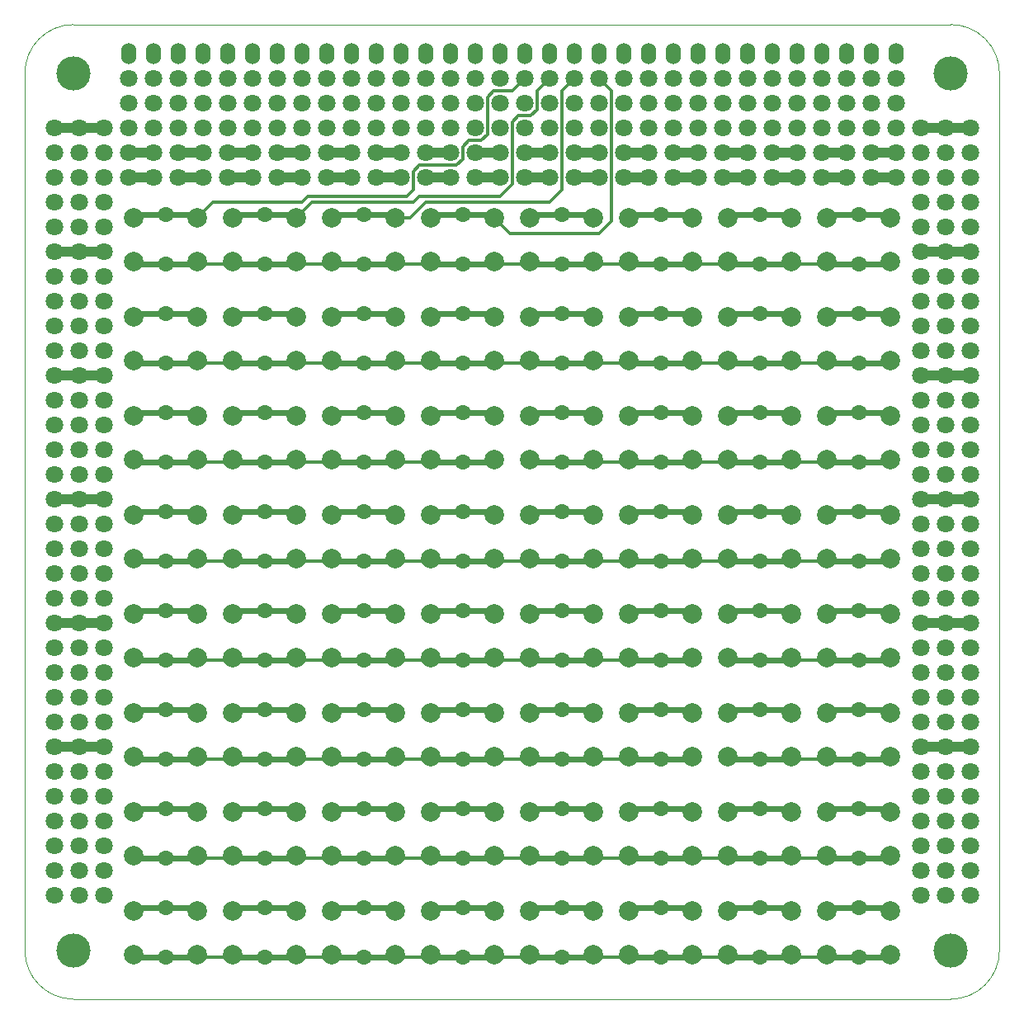
<source format=gbl>
G04 #@! TF.FileFunction,Copper,L2,Bot,Signal*
%FSLAX46Y46*%
G04 Gerber Fmt 4.6, Leading zero omitted, Abs format (unit mm)*
G04 Created by KiCad (PCBNEW 4.0.5) date 11/09/17 02:57:30*
%MOMM*%
%LPD*%
G01*
G04 APERTURE LIST*
%ADD10C,0.150000*%
%ADD11C,0.100000*%
%ADD12C,1.000000*%
%ADD13C,2.000000*%
%ADD14C,1.600000*%
%ADD15C,3.500120*%
%ADD16O,1.524000X2.199640*%
%ADD17C,1.800000*%
%ADD18C,0.300000*%
%ADD19C,0.600000*%
G04 APERTURE END LIST*
D10*
D11*
X60000000Y-95000000D02*
G75*
G03X55000000Y-100000000I0J-5000000D01*
G01*
X155000000Y-100000000D02*
G75*
G03X150000000Y-95000000I-5000000J0D01*
G01*
X150000000Y-195000000D02*
G75*
G03X155000000Y-190000000I0J5000000D01*
G01*
X55000000Y-190000000D02*
G75*
G03X60000000Y-195000000I5000000J0D01*
G01*
X60000000Y-95000000D02*
X150000000Y-95000000D01*
X155000000Y-100000000D02*
X155000000Y-190000000D01*
X150000000Y-195000000D02*
X60000000Y-195000000D01*
X55000000Y-190000000D02*
X55000000Y-100000000D01*
D12*
X144370000Y-110710000D02*
X141830000Y-110710000D01*
X68170000Y-108170000D02*
X65630000Y-108170000D01*
X73250000Y-108170000D02*
X70710000Y-108170000D01*
X83410000Y-110710000D02*
X80870000Y-110710000D01*
X83410000Y-108170000D02*
X80870000Y-108170000D01*
X78330000Y-110710000D02*
X75790000Y-110710000D01*
X68170000Y-110710000D02*
X65630000Y-110710000D01*
X73250000Y-110710000D02*
X70710000Y-110710000D01*
X78330000Y-108170000D02*
X75790000Y-108170000D01*
X108810000Y-108170000D02*
X106270000Y-108170000D01*
X103730000Y-110710000D02*
X101190000Y-110710000D01*
X103730000Y-108170000D02*
X101190000Y-108170000D01*
X108810000Y-110710000D02*
X106270000Y-110710000D01*
X113890000Y-108170000D02*
X111350000Y-108170000D01*
X113890000Y-110710000D02*
X111350000Y-110710000D01*
X98650000Y-110710000D02*
X96110000Y-110710000D01*
X98650000Y-108170000D02*
X96110000Y-108170000D01*
X93570000Y-110710000D02*
X91030000Y-110710000D01*
X88490000Y-108170000D02*
X85950000Y-108170000D01*
X88490000Y-110710000D02*
X85950000Y-110710000D01*
X93570000Y-108170000D02*
X91030000Y-108170000D01*
X124050000Y-108170000D02*
X121510000Y-108170000D01*
X118970000Y-110710000D02*
X116430000Y-110710000D01*
X118970000Y-108170000D02*
X116430000Y-108170000D01*
X124050000Y-110710000D02*
X121510000Y-110710000D01*
X129130000Y-108170000D02*
X126590000Y-108170000D01*
X129130000Y-110710000D02*
X126590000Y-110710000D01*
X144370000Y-108170000D02*
X141830000Y-108170000D01*
X139290000Y-110710000D02*
X136750000Y-110710000D01*
X134210000Y-108170000D02*
X131670000Y-108170000D01*
X134210000Y-110710000D02*
X131670000Y-110710000D01*
X139290000Y-108170000D02*
X136750000Y-108170000D01*
X63090000Y-169130000D02*
X60550000Y-169130000D01*
X60550000Y-169130000D02*
X58010000Y-169130000D01*
X63090000Y-156430000D02*
X60550000Y-156430000D01*
X60550000Y-156430000D02*
X58010000Y-156430000D01*
X63090000Y-118330000D02*
X60550000Y-118330000D01*
X60550000Y-118330000D02*
X58010000Y-118330000D01*
X63090000Y-105630000D02*
X60550000Y-105630000D01*
X60550000Y-105630000D02*
X58010000Y-105630000D01*
X63090000Y-143730000D02*
X60550000Y-143730000D01*
X60550000Y-143730000D02*
X58010000Y-143730000D01*
X63090000Y-131030000D02*
X60550000Y-131030000D01*
X60550000Y-131030000D02*
X58010000Y-131030000D01*
X151990000Y-105630000D02*
X149450000Y-105630000D01*
X149450000Y-105630000D02*
X146910000Y-105630000D01*
X151990000Y-118330000D02*
X149450000Y-118330000D01*
X149450000Y-118330000D02*
X146910000Y-118330000D01*
X151990000Y-169130000D02*
X149450000Y-169130000D01*
X149450000Y-169130000D02*
X146910000Y-169130000D01*
X151990000Y-156430000D02*
X149450000Y-156430000D01*
X149450000Y-156430000D02*
X146910000Y-156430000D01*
X151990000Y-131030000D02*
X149450000Y-131030000D01*
X149450000Y-131030000D02*
X146910000Y-131030000D01*
X151990000Y-143730000D02*
X149450000Y-143730000D01*
X149450000Y-143730000D02*
X146910000Y-143730000D01*
D13*
X86510000Y-129470000D03*
X93010000Y-124970000D03*
X86510000Y-124970000D03*
X93010000Y-129470000D03*
D14*
X89760000Y-124680000D03*
X89760000Y-129760000D03*
D13*
X66190000Y-139630000D03*
X72690000Y-135130000D03*
X66190000Y-135130000D03*
X72690000Y-139630000D03*
D14*
X69440000Y-134840000D03*
X69440000Y-139920000D03*
D13*
X66190000Y-129470000D03*
X72690000Y-124970000D03*
X66190000Y-124970000D03*
X72690000Y-129470000D03*
D14*
X69440000Y-124680000D03*
X69440000Y-129760000D03*
D13*
X106830000Y-119310000D03*
X113330000Y-114810000D03*
X106830000Y-114810000D03*
X113330000Y-119310000D03*
D14*
X110080000Y-114520000D03*
X110080000Y-119600000D03*
D15*
X60000000Y-100000000D03*
X60000000Y-100000000D03*
X150000000Y-100000000D03*
X150000000Y-100000000D03*
X150000000Y-190000000D03*
X150000000Y-190000000D03*
X60000000Y-190000000D03*
X60000000Y-190000000D03*
D16*
X85950000Y-98010000D03*
X88490000Y-98010000D03*
X91030000Y-98010000D03*
X93570000Y-98010000D03*
X96110000Y-98010000D03*
X98650000Y-98010000D03*
X101190000Y-98010000D03*
X103730000Y-98010000D03*
X106270000Y-98010000D03*
X108810000Y-98010000D03*
X111350000Y-98010000D03*
X113890000Y-98010000D03*
X116430000Y-98010000D03*
X118970000Y-98010000D03*
X121510000Y-98010000D03*
X124050000Y-98010000D03*
X65630000Y-98010000D03*
X68170000Y-98010000D03*
X70710000Y-98010000D03*
X73250000Y-98010000D03*
X75790000Y-98010000D03*
X78330000Y-98010000D03*
X80870000Y-98010000D03*
X83410000Y-98010000D03*
X126590000Y-98010000D03*
X129130000Y-98010000D03*
X131670000Y-98010000D03*
X134210000Y-98010000D03*
X136750000Y-98010000D03*
X139290000Y-98010000D03*
X141830000Y-98010000D03*
X144370000Y-98010000D03*
D13*
X66190000Y-119310000D03*
X72690000Y-114810000D03*
X66190000Y-114810000D03*
X72690000Y-119310000D03*
D14*
X69440000Y-114520000D03*
X69440000Y-119600000D03*
D13*
X76350000Y-119310000D03*
X82850000Y-114810000D03*
X76350000Y-114810000D03*
X82850000Y-119310000D03*
D14*
X79600000Y-114520000D03*
X79600000Y-119600000D03*
D13*
X86510000Y-119310000D03*
X93010000Y-114810000D03*
X86510000Y-114810000D03*
X93010000Y-119310000D03*
D14*
X89760000Y-114520000D03*
X89760000Y-119600000D03*
D13*
X96670000Y-119310000D03*
X103170000Y-114810000D03*
X96670000Y-114810000D03*
X103170000Y-119310000D03*
D14*
X99920000Y-114520000D03*
X99920000Y-119600000D03*
D13*
X116990000Y-119310000D03*
X123490000Y-114810000D03*
X116990000Y-114810000D03*
X123490000Y-119310000D03*
D14*
X120240000Y-114520000D03*
X120240000Y-119600000D03*
D13*
X127150000Y-119310000D03*
X133650000Y-114810000D03*
X127150000Y-114810000D03*
X133650000Y-119310000D03*
D14*
X130400000Y-114520000D03*
X130400000Y-119600000D03*
D13*
X137310000Y-119310000D03*
X143810000Y-114810000D03*
X137310000Y-114810000D03*
X143810000Y-119310000D03*
D14*
X140560000Y-114520000D03*
X140560000Y-119600000D03*
D13*
X76350000Y-129470000D03*
X82850000Y-124970000D03*
X76350000Y-124970000D03*
X82850000Y-129470000D03*
D14*
X79600000Y-124680000D03*
X79600000Y-129760000D03*
D13*
X96670000Y-129470000D03*
X103170000Y-124970000D03*
X96670000Y-124970000D03*
X103170000Y-129470000D03*
D14*
X99920000Y-124680000D03*
X99920000Y-129760000D03*
D13*
X116990000Y-129470000D03*
X123490000Y-124970000D03*
X116990000Y-124970000D03*
X123490000Y-129470000D03*
D14*
X120240000Y-124680000D03*
X120240000Y-129760000D03*
D13*
X127150000Y-129470000D03*
X133650000Y-124970000D03*
X127150000Y-124970000D03*
X133650000Y-129470000D03*
D14*
X130400000Y-124680000D03*
X130400000Y-129760000D03*
D13*
X137310000Y-129470000D03*
X143810000Y-124970000D03*
X137310000Y-124970000D03*
X143810000Y-129470000D03*
D14*
X140560000Y-124680000D03*
X140560000Y-129760000D03*
D13*
X76350000Y-139630000D03*
X82850000Y-135130000D03*
X76350000Y-135130000D03*
X82850000Y-139630000D03*
D14*
X79600000Y-134840000D03*
X79600000Y-139920000D03*
D13*
X86510000Y-139630000D03*
X93010000Y-135130000D03*
X86510000Y-135130000D03*
X93010000Y-139630000D03*
D14*
X89760000Y-134840000D03*
X89760000Y-139920000D03*
D13*
X106830000Y-139630000D03*
X113330000Y-135130000D03*
X106830000Y-135130000D03*
X113330000Y-139630000D03*
D14*
X110080000Y-134840000D03*
X110080000Y-139920000D03*
D13*
X116990000Y-139630000D03*
X123490000Y-135130000D03*
X116990000Y-135130000D03*
X123490000Y-139630000D03*
D14*
X120240000Y-134840000D03*
X120240000Y-139920000D03*
D13*
X127150000Y-139630000D03*
X133650000Y-135130000D03*
X127150000Y-135130000D03*
X133650000Y-139630000D03*
D14*
X130400000Y-134840000D03*
X130400000Y-139920000D03*
D13*
X137310000Y-139630000D03*
X143810000Y-135130000D03*
X137310000Y-135130000D03*
X143810000Y-139630000D03*
D14*
X140560000Y-134840000D03*
X140560000Y-139920000D03*
D13*
X66190000Y-149790000D03*
X72690000Y-145290000D03*
X66190000Y-145290000D03*
X72690000Y-149790000D03*
D14*
X69440000Y-145000000D03*
X69440000Y-150080000D03*
D13*
X76350000Y-149790000D03*
X82850000Y-145290000D03*
X76350000Y-145290000D03*
X82850000Y-149790000D03*
D14*
X79600000Y-145000000D03*
X79600000Y-150080000D03*
D13*
X86510000Y-149790000D03*
X93010000Y-145290000D03*
X86510000Y-145290000D03*
X93010000Y-149790000D03*
D14*
X89760000Y-145000000D03*
X89760000Y-150080000D03*
D13*
X96670000Y-149790000D03*
X103170000Y-145290000D03*
X96670000Y-145290000D03*
X103170000Y-149790000D03*
D14*
X99920000Y-145000000D03*
X99920000Y-150080000D03*
D13*
X106830000Y-149790000D03*
X113330000Y-145290000D03*
X106830000Y-145290000D03*
X113330000Y-149790000D03*
D14*
X110080000Y-145000000D03*
X110080000Y-150080000D03*
D13*
X116990000Y-149790000D03*
X123490000Y-145290000D03*
X116990000Y-145290000D03*
X123490000Y-149790000D03*
D14*
X120240000Y-145000000D03*
X120240000Y-150080000D03*
D13*
X127150000Y-149790000D03*
X133650000Y-145290000D03*
X127150000Y-145290000D03*
X133650000Y-149790000D03*
D14*
X130400000Y-145000000D03*
X130400000Y-150080000D03*
D13*
X137310000Y-149790000D03*
X143810000Y-145290000D03*
X137310000Y-145290000D03*
X143810000Y-149790000D03*
D14*
X140560000Y-145000000D03*
X140560000Y-150080000D03*
D13*
X66190000Y-159950000D03*
X72690000Y-155450000D03*
X66190000Y-155450000D03*
X72690000Y-159950000D03*
D14*
X69440000Y-155160000D03*
X69440000Y-160240000D03*
D13*
X76350000Y-159950000D03*
X82850000Y-155450000D03*
X76350000Y-155450000D03*
X82850000Y-159950000D03*
D14*
X79600000Y-155160000D03*
X79600000Y-160240000D03*
D13*
X86510000Y-159950000D03*
X93010000Y-155450000D03*
X86510000Y-155450000D03*
X93010000Y-159950000D03*
D14*
X89760000Y-155160000D03*
X89760000Y-160240000D03*
D13*
X96670000Y-159950000D03*
X103170000Y-155450000D03*
X96670000Y-155450000D03*
X103170000Y-159950000D03*
D14*
X99920000Y-155160000D03*
X99920000Y-160240000D03*
D13*
X106830000Y-159950000D03*
X113330000Y-155450000D03*
X106830000Y-155450000D03*
X113330000Y-159950000D03*
D14*
X110080000Y-155160000D03*
X110080000Y-160240000D03*
D13*
X116990000Y-159950000D03*
X123490000Y-155450000D03*
X116990000Y-155450000D03*
X123490000Y-159950000D03*
D14*
X120240000Y-155160000D03*
X120240000Y-160240000D03*
D13*
X127150000Y-159950000D03*
X133650000Y-155450000D03*
X127150000Y-155450000D03*
X133650000Y-159950000D03*
D14*
X130400000Y-155160000D03*
X130400000Y-160240000D03*
D13*
X137310000Y-159950000D03*
X143810000Y-155450000D03*
X137310000Y-155450000D03*
X143810000Y-159950000D03*
D14*
X140560000Y-155160000D03*
X140560000Y-160240000D03*
D13*
X66190000Y-170110000D03*
X72690000Y-165610000D03*
X66190000Y-165610000D03*
X72690000Y-170110000D03*
D14*
X69440000Y-165320000D03*
X69440000Y-170400000D03*
D13*
X76350000Y-170110000D03*
X82850000Y-165610000D03*
X76350000Y-165610000D03*
X82850000Y-170110000D03*
D14*
X79600000Y-165320000D03*
X79600000Y-170400000D03*
D13*
X86510000Y-170110000D03*
X93010000Y-165610000D03*
X86510000Y-165610000D03*
X93010000Y-170110000D03*
D14*
X89760000Y-165320000D03*
X89760000Y-170400000D03*
D13*
X96670000Y-170110000D03*
X103170000Y-165610000D03*
X96670000Y-165610000D03*
X103170000Y-170110000D03*
D14*
X99920000Y-165320000D03*
X99920000Y-170400000D03*
D13*
X106830000Y-170110000D03*
X113330000Y-165610000D03*
X106830000Y-165610000D03*
X113330000Y-170110000D03*
D14*
X110080000Y-165320000D03*
X110080000Y-170400000D03*
D13*
X116990000Y-170110000D03*
X123490000Y-165610000D03*
X116990000Y-165610000D03*
X123490000Y-170110000D03*
D14*
X120240000Y-165320000D03*
X120240000Y-170400000D03*
D13*
X127150000Y-170110000D03*
X133650000Y-165610000D03*
X127150000Y-165610000D03*
X133650000Y-170110000D03*
D14*
X130400000Y-165320000D03*
X130400000Y-170400000D03*
D13*
X137310000Y-170110000D03*
X143810000Y-165610000D03*
X137310000Y-165610000D03*
X143810000Y-170110000D03*
D14*
X140560000Y-165320000D03*
X140560000Y-170400000D03*
D13*
X66190000Y-180270000D03*
X72690000Y-175770000D03*
X66190000Y-175770000D03*
X72690000Y-180270000D03*
D14*
X69440000Y-175480000D03*
X69440000Y-180560000D03*
D13*
X76350000Y-180270000D03*
X82850000Y-175770000D03*
X76350000Y-175770000D03*
X82850000Y-180270000D03*
D14*
X79600000Y-175480000D03*
X79600000Y-180560000D03*
D13*
X86510000Y-180270000D03*
X93010000Y-175770000D03*
X86510000Y-175770000D03*
X93010000Y-180270000D03*
D14*
X89760000Y-175480000D03*
X89760000Y-180560000D03*
D13*
X96670000Y-180270000D03*
X103170000Y-175770000D03*
X96670000Y-175770000D03*
X103170000Y-180270000D03*
D14*
X99920000Y-175480000D03*
X99920000Y-180560000D03*
D13*
X106830000Y-180270000D03*
X113330000Y-175770000D03*
X106830000Y-175770000D03*
X113330000Y-180270000D03*
D14*
X110080000Y-175480000D03*
X110080000Y-180560000D03*
D13*
X116990000Y-180270000D03*
X123490000Y-175770000D03*
X116990000Y-175770000D03*
X123490000Y-180270000D03*
D14*
X120240000Y-175480000D03*
X120240000Y-180560000D03*
D13*
X127150000Y-180270000D03*
X133650000Y-175770000D03*
X127150000Y-175770000D03*
X133650000Y-180270000D03*
D14*
X130400000Y-175480000D03*
X130400000Y-180560000D03*
D13*
X137310000Y-180270000D03*
X143810000Y-175770000D03*
X137310000Y-175770000D03*
X143810000Y-180270000D03*
D14*
X140560000Y-175480000D03*
X140560000Y-180560000D03*
D13*
X66190000Y-190430000D03*
X72690000Y-185930000D03*
X66190000Y-185930000D03*
X72690000Y-190430000D03*
D14*
X69440000Y-185640000D03*
X69440000Y-190720000D03*
D13*
X76350000Y-190430000D03*
X82850000Y-185930000D03*
X76350000Y-185930000D03*
X82850000Y-190430000D03*
D14*
X79600000Y-185640000D03*
X79600000Y-190720000D03*
D13*
X86510000Y-190430000D03*
X93010000Y-185930000D03*
X86510000Y-185930000D03*
X93010000Y-190430000D03*
D14*
X89760000Y-185640000D03*
X89760000Y-190720000D03*
D13*
X96670000Y-190430000D03*
X103170000Y-185930000D03*
X96670000Y-185930000D03*
X103170000Y-190430000D03*
D14*
X99920000Y-185640000D03*
X99920000Y-190720000D03*
D13*
X106830000Y-190430000D03*
X113330000Y-185930000D03*
X106830000Y-185930000D03*
X113330000Y-190430000D03*
D14*
X110080000Y-185640000D03*
X110080000Y-190720000D03*
D13*
X116990000Y-190430000D03*
X123490000Y-185930000D03*
X116990000Y-185930000D03*
X123490000Y-190430000D03*
D14*
X120240000Y-185640000D03*
X120240000Y-190720000D03*
D13*
X127150000Y-190430000D03*
X133650000Y-185930000D03*
X127150000Y-185930000D03*
X133650000Y-190430000D03*
D14*
X130400000Y-185640000D03*
X130400000Y-190720000D03*
D13*
X137310000Y-190430000D03*
X143810000Y-185930000D03*
X137310000Y-185930000D03*
X143810000Y-190430000D03*
D14*
X140560000Y-185640000D03*
X140560000Y-190720000D03*
D13*
X106830000Y-129470000D03*
X113330000Y-124970000D03*
X106830000Y-124970000D03*
X113330000Y-129470000D03*
D14*
X110080000Y-124680000D03*
X110080000Y-129760000D03*
D13*
X96670000Y-139630000D03*
X103170000Y-135130000D03*
X96670000Y-135130000D03*
X103170000Y-139630000D03*
D14*
X99920000Y-134840000D03*
X99920000Y-139920000D03*
D17*
X58010000Y-176750000D03*
X58010000Y-179290000D03*
X60550000Y-176750000D03*
X60550000Y-179290000D03*
X63090000Y-176750000D03*
X63090000Y-179290000D03*
X58010000Y-181830000D03*
X58010000Y-184370000D03*
X63090000Y-181830000D03*
X63090000Y-184370000D03*
X60550000Y-181830000D03*
X60550000Y-184370000D03*
X58010000Y-171670000D03*
X58010000Y-174210000D03*
X60550000Y-171670000D03*
X60550000Y-174210000D03*
X63090000Y-171670000D03*
X63090000Y-174210000D03*
X63090000Y-151350000D03*
X63090000Y-153890000D03*
X60550000Y-151350000D03*
X60550000Y-153890000D03*
X58010000Y-151350000D03*
X58010000Y-153890000D03*
X58010000Y-146270000D03*
X58010000Y-148810000D03*
X60550000Y-146270000D03*
X60550000Y-148810000D03*
X63090000Y-146270000D03*
X63090000Y-148810000D03*
X63090000Y-158970000D03*
X63090000Y-161510000D03*
X60550000Y-158970000D03*
X60550000Y-161510000D03*
X58010000Y-158970000D03*
X58010000Y-161510000D03*
X58010000Y-164050000D03*
X58010000Y-166590000D03*
X60550000Y-164050000D03*
X60550000Y-166590000D03*
X63090000Y-164050000D03*
X63090000Y-166590000D03*
X63090000Y-120870000D03*
X63090000Y-123410000D03*
X60550000Y-120870000D03*
X60550000Y-123410000D03*
X58010000Y-120870000D03*
X58010000Y-123410000D03*
X65630000Y-103090000D03*
X65630000Y-105630000D03*
X63090000Y-108170000D03*
X63090000Y-110710000D03*
X60550000Y-108170000D03*
X60550000Y-110710000D03*
X58010000Y-108170000D03*
X58010000Y-110710000D03*
X58010000Y-113250000D03*
X58010000Y-115790000D03*
X60550000Y-113250000D03*
X60550000Y-115790000D03*
X63090000Y-113250000D03*
X63090000Y-115790000D03*
X63090000Y-133570000D03*
X63090000Y-136110000D03*
X60550000Y-133570000D03*
X60550000Y-136110000D03*
X58010000Y-133570000D03*
X58010000Y-136110000D03*
X58010000Y-125950000D03*
X58010000Y-128490000D03*
X60550000Y-125950000D03*
X60550000Y-128490000D03*
X63090000Y-125950000D03*
X63090000Y-128490000D03*
X63090000Y-138650000D03*
X63090000Y-141190000D03*
X60550000Y-138650000D03*
X60550000Y-141190000D03*
X58010000Y-138650000D03*
X58010000Y-141190000D03*
X151990000Y-146270000D03*
X151990000Y-148810000D03*
X149450000Y-146270000D03*
X149450000Y-148810000D03*
X146910000Y-146270000D03*
X146910000Y-148810000D03*
X146910000Y-138650000D03*
X146910000Y-141190000D03*
X149450000Y-138650000D03*
X149450000Y-141190000D03*
X151990000Y-138650000D03*
X151990000Y-141190000D03*
X146910000Y-133570000D03*
X146910000Y-136110000D03*
X149450000Y-133570000D03*
X149450000Y-136110000D03*
X151990000Y-133570000D03*
X151990000Y-136110000D03*
X151990000Y-113250000D03*
X151990000Y-115790000D03*
X149450000Y-113250000D03*
X149450000Y-115790000D03*
X146910000Y-113250000D03*
X146910000Y-115790000D03*
X146910000Y-108170000D03*
X146910000Y-110710000D03*
X149450000Y-108170000D03*
X149450000Y-110710000D03*
X151990000Y-108170000D03*
X151990000Y-110710000D03*
X151990000Y-120870000D03*
X151990000Y-123410000D03*
X149450000Y-120870000D03*
X149450000Y-123410000D03*
X146910000Y-120870000D03*
X146910000Y-123410000D03*
X146910000Y-125950000D03*
X146910000Y-128490000D03*
X149450000Y-125950000D03*
X149450000Y-128490000D03*
X151990000Y-125950000D03*
X151990000Y-128490000D03*
X151990000Y-164050000D03*
X151990000Y-166590000D03*
X149450000Y-164050000D03*
X149450000Y-166590000D03*
X146910000Y-164050000D03*
X146910000Y-166590000D03*
X146910000Y-158970000D03*
X146910000Y-161510000D03*
X149450000Y-158970000D03*
X149450000Y-161510000D03*
X151990000Y-158970000D03*
X151990000Y-161510000D03*
X151990000Y-151350000D03*
X151990000Y-153890000D03*
X149450000Y-151350000D03*
X149450000Y-153890000D03*
X146910000Y-151350000D03*
X146910000Y-153890000D03*
X151990000Y-176750000D03*
X151990000Y-179290000D03*
X149450000Y-176750000D03*
X149450000Y-179290000D03*
X146910000Y-176750000D03*
X146910000Y-179290000D03*
X146910000Y-171670000D03*
X146910000Y-174210000D03*
X149450000Y-171670000D03*
X149450000Y-174210000D03*
X151990000Y-171670000D03*
X151990000Y-174210000D03*
X151990000Y-181830000D03*
X151990000Y-184370000D03*
X149450000Y-181830000D03*
X149450000Y-184370000D03*
X146910000Y-181830000D03*
X146910000Y-184370000D03*
X141830000Y-110710000D03*
X144370000Y-110710000D03*
X65630000Y-108170000D03*
X68170000Y-108170000D03*
X70710000Y-108170000D03*
X73250000Y-108170000D03*
X80870000Y-110710000D03*
X83410000Y-110710000D03*
X80870000Y-108170000D03*
X83410000Y-108170000D03*
X75790000Y-110710000D03*
X78330000Y-110710000D03*
X65630000Y-110710000D03*
X68170000Y-110710000D03*
X70710000Y-110710000D03*
X73250000Y-110710000D03*
X75790000Y-108170000D03*
X78330000Y-108170000D03*
X106270000Y-108170000D03*
X108810000Y-108170000D03*
X101190000Y-110710000D03*
X103730000Y-110710000D03*
X101190000Y-108170000D03*
X103730000Y-108170000D03*
X106270000Y-110710000D03*
X108810000Y-110710000D03*
X111350000Y-108170000D03*
X113890000Y-108170000D03*
X111350000Y-110710000D03*
X113890000Y-110710000D03*
X96110000Y-110710000D03*
X98650000Y-110710000D03*
X96110000Y-108170000D03*
X98650000Y-108170000D03*
X91030000Y-110710000D03*
X93570000Y-110710000D03*
X85950000Y-108170000D03*
X88490000Y-108170000D03*
X85950000Y-110710000D03*
X88490000Y-110710000D03*
X91030000Y-108170000D03*
X93570000Y-108170000D03*
X121510000Y-108170000D03*
X124050000Y-108170000D03*
X116430000Y-110710000D03*
X118970000Y-110710000D03*
X116430000Y-108170000D03*
X118970000Y-108170000D03*
X121510000Y-110710000D03*
X124050000Y-110710000D03*
X126590000Y-108170000D03*
X129130000Y-108170000D03*
X126590000Y-110710000D03*
X129130000Y-110710000D03*
X141830000Y-108170000D03*
X144370000Y-108170000D03*
X136750000Y-110710000D03*
X139290000Y-110710000D03*
X131670000Y-108170000D03*
X134210000Y-108170000D03*
X131670000Y-110710000D03*
X134210000Y-110710000D03*
X136750000Y-108170000D03*
X139290000Y-108170000D03*
X139290000Y-103090000D03*
X139290000Y-105630000D03*
X136750000Y-103090000D03*
X136750000Y-105630000D03*
X134210000Y-103090000D03*
X134210000Y-105630000D03*
X141830000Y-103090000D03*
X141830000Y-105630000D03*
X144370000Y-103090000D03*
X144370000Y-105630000D03*
X131670000Y-103090000D03*
X131670000Y-105630000D03*
X129130000Y-103090000D03*
X129130000Y-105630000D03*
X126590000Y-103090000D03*
X126590000Y-105630000D03*
X121510000Y-103090000D03*
X121510000Y-105630000D03*
X124050000Y-103090000D03*
X124050000Y-105630000D03*
X93570000Y-103090000D03*
X93570000Y-105630000D03*
X91030000Y-103090000D03*
X91030000Y-105630000D03*
X88490000Y-103090000D03*
X88490000Y-105630000D03*
X96110000Y-103090000D03*
X96110000Y-105630000D03*
X98650000Y-103090000D03*
X98650000Y-105630000D03*
X101190000Y-103090000D03*
X101190000Y-105630000D03*
X116430000Y-103090000D03*
X116430000Y-105630000D03*
X113890000Y-103090000D03*
X113890000Y-105630000D03*
X111350000Y-103090000D03*
X111350000Y-105630000D03*
X103730000Y-103090000D03*
X103730000Y-105630000D03*
X106270000Y-103090000D03*
X106270000Y-105630000D03*
X108810000Y-103090000D03*
X108810000Y-105630000D03*
X78330000Y-103090000D03*
X78330000Y-105630000D03*
X75790000Y-103090000D03*
X75790000Y-105630000D03*
X73250000Y-103090000D03*
X73250000Y-105630000D03*
X80870000Y-103090000D03*
X80870000Y-105630000D03*
X83410000Y-103090000D03*
X83410000Y-105630000D03*
X85950000Y-103090000D03*
X85950000Y-105630000D03*
X70710000Y-103090000D03*
X70710000Y-105630000D03*
X68170000Y-103090000D03*
X68170000Y-105630000D03*
X118970000Y-103090000D03*
X118970000Y-105630000D03*
X106270000Y-100550000D03*
X108810000Y-100550000D03*
X111350000Y-100550000D03*
X113890000Y-100550000D03*
X116430000Y-100550000D03*
X118970000Y-100550000D03*
X121510000Y-100550000D03*
X124050000Y-100550000D03*
X144370000Y-100550000D03*
X141830000Y-100550000D03*
X139290000Y-100550000D03*
X136750000Y-100550000D03*
X134210000Y-100550000D03*
X131670000Y-100550000D03*
X129130000Y-100550000D03*
X126590000Y-100550000D03*
X83410000Y-100550000D03*
X80870000Y-100550000D03*
X78330000Y-100550000D03*
X75790000Y-100550000D03*
X73250000Y-100550000D03*
X70710000Y-100550000D03*
X68170000Y-100550000D03*
X65630000Y-100550000D03*
X85950000Y-100550000D03*
X88490000Y-100550000D03*
X91030000Y-100550000D03*
X93570000Y-100550000D03*
X96110000Y-100550000D03*
X98650000Y-100550000D03*
X101190000Y-100550000D03*
X103730000Y-100550000D03*
X60550000Y-169130000D03*
X63090000Y-169130000D03*
X58010000Y-169130000D03*
X60550000Y-156430000D03*
X63090000Y-156430000D03*
X58010000Y-156430000D03*
X60550000Y-118330000D03*
X63090000Y-118330000D03*
X58010000Y-118330000D03*
X60550000Y-105630000D03*
X63090000Y-105630000D03*
X58010000Y-105630000D03*
X60550000Y-143730000D03*
X63090000Y-143730000D03*
X58010000Y-143730000D03*
X60550000Y-131030000D03*
X63090000Y-131030000D03*
X58010000Y-131030000D03*
X149450000Y-105630000D03*
X151990000Y-105630000D03*
X146910000Y-105630000D03*
X149450000Y-118330000D03*
X151990000Y-118330000D03*
X146910000Y-118330000D03*
X149450000Y-169130000D03*
X151990000Y-169130000D03*
X146910000Y-169130000D03*
X149450000Y-156430000D03*
X151990000Y-156430000D03*
X146910000Y-156430000D03*
X149450000Y-131030000D03*
X151990000Y-131030000D03*
X146910000Y-131030000D03*
X149450000Y-143730000D03*
X151990000Y-143730000D03*
X146910000Y-143730000D03*
D18*
X140560000Y-190720000D02*
X130400000Y-190720000D01*
X130400000Y-190720000D02*
X120240000Y-190720000D01*
X120240000Y-190720000D02*
X110080000Y-190720000D01*
X110080000Y-190720000D02*
X99920000Y-190720000D01*
X99920000Y-190720000D02*
X89760000Y-190720000D01*
X89760000Y-190720000D02*
X79600000Y-190720000D01*
X79600000Y-190720000D02*
X69440000Y-190720000D01*
D19*
X110080000Y-190720000D02*
X107120000Y-190720000D01*
X107120000Y-190720000D02*
X106830000Y-190430000D01*
X110080000Y-190720000D02*
X113040000Y-190720000D01*
X113040000Y-190720000D02*
X113330000Y-190430000D01*
X120240000Y-190720000D02*
X117280000Y-190720000D01*
X117280000Y-190720000D02*
X116990000Y-190430000D01*
X120240000Y-190720000D02*
X123200000Y-190720000D01*
X123200000Y-190720000D02*
X123490000Y-190430000D01*
X130400000Y-190720000D02*
X127440000Y-190720000D01*
X127440000Y-190720000D02*
X127150000Y-190430000D01*
X130400000Y-190720000D02*
X133360000Y-190720000D01*
X133360000Y-190720000D02*
X133650000Y-190430000D01*
X140560000Y-190720000D02*
X137600000Y-190720000D01*
X137600000Y-190720000D02*
X137310000Y-190430000D01*
X140560000Y-190720000D02*
X143520000Y-190720000D01*
X143520000Y-190720000D02*
X143810000Y-190430000D01*
X99920000Y-190720000D02*
X102880000Y-190720000D01*
X102880000Y-190720000D02*
X103170000Y-190430000D01*
X99920000Y-190720000D02*
X96960000Y-190720000D01*
X96960000Y-190720000D02*
X96670000Y-190430000D01*
X89760000Y-190720000D02*
X92720000Y-190720000D01*
X92720000Y-190720000D02*
X93010000Y-190430000D01*
X89760000Y-190720000D02*
X86800000Y-190720000D01*
X86800000Y-190720000D02*
X86510000Y-190430000D01*
X79600000Y-190720000D02*
X76640000Y-190720000D01*
X76640000Y-190720000D02*
X76350000Y-190430000D01*
X79600000Y-190720000D02*
X82560000Y-190720000D01*
X82560000Y-190720000D02*
X82850000Y-190430000D01*
X69440000Y-190720000D02*
X72400000Y-190720000D01*
X72400000Y-190720000D02*
X72690000Y-190430000D01*
X69440000Y-190720000D02*
X66480000Y-190720000D01*
X66480000Y-190720000D02*
X66190000Y-190430000D01*
X140560000Y-185640000D02*
X137600000Y-185640000D01*
X137600000Y-185640000D02*
X137310000Y-185930000D01*
X140560000Y-185640000D02*
X143520000Y-185640000D01*
X143520000Y-185640000D02*
X143810000Y-185930000D01*
X140560000Y-175480000D02*
X137600000Y-175480000D01*
X137600000Y-175480000D02*
X137310000Y-175770000D01*
X140560000Y-175480000D02*
X143520000Y-175480000D01*
X143520000Y-175480000D02*
X143810000Y-175770000D01*
X140560000Y-165320000D02*
X143520000Y-165320000D01*
X143520000Y-165320000D02*
X143810000Y-165610000D01*
X140560000Y-165320000D02*
X137600000Y-165320000D01*
X137600000Y-165320000D02*
X137310000Y-165610000D01*
X140560000Y-155160000D02*
X137600000Y-155160000D01*
X137600000Y-155160000D02*
X137310000Y-155450000D01*
X140560000Y-155160000D02*
X143520000Y-155160000D01*
X143520000Y-155160000D02*
X143810000Y-155450000D01*
X140560000Y-145000000D02*
X137600000Y-145000000D01*
X137600000Y-145000000D02*
X137310000Y-145290000D01*
X140560000Y-145000000D02*
X143520000Y-145000000D01*
X143520000Y-145000000D02*
X143810000Y-145290000D01*
X140560000Y-134840000D02*
X137600000Y-134840000D01*
X137600000Y-134840000D02*
X137310000Y-135130000D01*
X140560000Y-124680000D02*
X137600000Y-124680000D01*
X137600000Y-124680000D02*
X137310000Y-124970000D01*
X140560000Y-134840000D02*
X143520000Y-134840000D01*
X143520000Y-134840000D02*
X143810000Y-135130000D01*
X140560000Y-124680000D02*
X143520000Y-124680000D01*
X143520000Y-124680000D02*
X143810000Y-124970000D01*
X140560000Y-114520000D02*
X143520000Y-114520000D01*
X143520000Y-114520000D02*
X143810000Y-114810000D01*
X140560000Y-114520000D02*
X137600000Y-114520000D01*
X137600000Y-114520000D02*
X137310000Y-114810000D01*
X130400000Y-175480000D02*
X127440000Y-175480000D01*
X127440000Y-175480000D02*
X127150000Y-175770000D01*
X130400000Y-185640000D02*
X127440000Y-185640000D01*
X127440000Y-185640000D02*
X127150000Y-185930000D01*
X130400000Y-185640000D02*
X133360000Y-185640000D01*
X133360000Y-185640000D02*
X133650000Y-185930000D01*
X130400000Y-175480000D02*
X133360000Y-175480000D01*
X133360000Y-175480000D02*
X133650000Y-175770000D01*
X130400000Y-165320000D02*
X133360000Y-165320000D01*
X133360000Y-165320000D02*
X133650000Y-165610000D01*
X130400000Y-165320000D02*
X127440000Y-165320000D01*
X127440000Y-165320000D02*
X127150000Y-165610000D01*
X130400000Y-155160000D02*
X133360000Y-155160000D01*
X133360000Y-155160000D02*
X133650000Y-155450000D01*
X130400000Y-155160000D02*
X127440000Y-155160000D01*
X127440000Y-155160000D02*
X127150000Y-155450000D01*
X130400000Y-145000000D02*
X133360000Y-145000000D01*
X133360000Y-145000000D02*
X133650000Y-145290000D01*
X130400000Y-145000000D02*
X127440000Y-145000000D01*
X127440000Y-145000000D02*
X127150000Y-145290000D01*
X130400000Y-134840000D02*
X127440000Y-134840000D01*
X127440000Y-134840000D02*
X127150000Y-135130000D01*
X130400000Y-124680000D02*
X127440000Y-124680000D01*
X127440000Y-124680000D02*
X127150000Y-124970000D01*
X130400000Y-134840000D02*
X133360000Y-134840000D01*
X133360000Y-134840000D02*
X133650000Y-135130000D01*
X130400000Y-124680000D02*
X133360000Y-124680000D01*
X133360000Y-124680000D02*
X133650000Y-124970000D01*
X130400000Y-114520000D02*
X133360000Y-114520000D01*
X133360000Y-114520000D02*
X133650000Y-114810000D01*
X130400000Y-114520000D02*
X127440000Y-114520000D01*
X127440000Y-114520000D02*
X127150000Y-114810000D01*
X120240000Y-175480000D02*
X117280000Y-175480000D01*
X117280000Y-175480000D02*
X116990000Y-175770000D01*
X120240000Y-175480000D02*
X123200000Y-175480000D01*
X123200000Y-175480000D02*
X123490000Y-175770000D01*
X120240000Y-185640000D02*
X123200000Y-185640000D01*
X123200000Y-185640000D02*
X123490000Y-185930000D01*
X120240000Y-185640000D02*
X117280000Y-185640000D01*
X117280000Y-185640000D02*
X116990000Y-185930000D01*
X120240000Y-165320000D02*
X123200000Y-165320000D01*
X123200000Y-165320000D02*
X123490000Y-165610000D01*
X120240000Y-165320000D02*
X117280000Y-165320000D01*
X117280000Y-165320000D02*
X116990000Y-165610000D01*
X120240000Y-155160000D02*
X123200000Y-155160000D01*
X123200000Y-155160000D02*
X123490000Y-155450000D01*
X120240000Y-155160000D02*
X117280000Y-155160000D01*
X117280000Y-155160000D02*
X116990000Y-155450000D01*
X120240000Y-145000000D02*
X123200000Y-145000000D01*
X123200000Y-145000000D02*
X123490000Y-145290000D01*
X120240000Y-145000000D02*
X117280000Y-145000000D01*
X117280000Y-145000000D02*
X116990000Y-145290000D01*
X120240000Y-134840000D02*
X117280000Y-134840000D01*
X117280000Y-134840000D02*
X116990000Y-135130000D01*
X120240000Y-134840000D02*
X123200000Y-134840000D01*
X123200000Y-134840000D02*
X123490000Y-135130000D01*
X120240000Y-124680000D02*
X117280000Y-124680000D01*
X117280000Y-124680000D02*
X116990000Y-124970000D01*
X120240000Y-124680000D02*
X123200000Y-124680000D01*
X123200000Y-124680000D02*
X123490000Y-124970000D01*
X120240000Y-114520000D02*
X123200000Y-114520000D01*
X123200000Y-114520000D02*
X123490000Y-114810000D01*
X120240000Y-114520000D02*
X117280000Y-114520000D01*
X117280000Y-114520000D02*
X116990000Y-114810000D01*
X110080000Y-114520000D02*
X113040000Y-114520000D01*
X113040000Y-114520000D02*
X113330000Y-114810000D01*
X110080000Y-114520000D02*
X107120000Y-114520000D01*
X107120000Y-114520000D02*
X106830000Y-114810000D01*
X110080000Y-175480000D02*
X107120000Y-175480000D01*
X107120000Y-175480000D02*
X106830000Y-175770000D01*
X110080000Y-175480000D02*
X113040000Y-175480000D01*
X113040000Y-175480000D02*
X113330000Y-175770000D01*
X110080000Y-185640000D02*
X113040000Y-185640000D01*
X113040000Y-185640000D02*
X113330000Y-185930000D01*
X110080000Y-185640000D02*
X107120000Y-185640000D01*
X107120000Y-185640000D02*
X106830000Y-185930000D01*
X110080000Y-165320000D02*
X113040000Y-165320000D01*
X113040000Y-165320000D02*
X113330000Y-165610000D01*
X110080000Y-165320000D02*
X107120000Y-165320000D01*
X107120000Y-165320000D02*
X106830000Y-165610000D01*
X110080000Y-155160000D02*
X107120000Y-155160000D01*
X107120000Y-155160000D02*
X106830000Y-155450000D01*
X110080000Y-155160000D02*
X113040000Y-155160000D01*
X113040000Y-155160000D02*
X113330000Y-155450000D01*
X110080000Y-145000000D02*
X113040000Y-145000000D01*
X113040000Y-145000000D02*
X113330000Y-145290000D01*
X110080000Y-145000000D02*
X107120000Y-145000000D01*
X107120000Y-145000000D02*
X106830000Y-145290000D01*
X110080000Y-124680000D02*
X113040000Y-124680000D01*
X113040000Y-124680000D02*
X113330000Y-124970000D01*
X110080000Y-124680000D02*
X107120000Y-124680000D01*
X107120000Y-124680000D02*
X106830000Y-124970000D01*
X110080000Y-134840000D02*
X107120000Y-134840000D01*
X107120000Y-134840000D02*
X106830000Y-135130000D01*
X110080000Y-134840000D02*
X113040000Y-134840000D01*
X113040000Y-134840000D02*
X113330000Y-135130000D01*
D18*
X115160000Y-115155000D02*
X113890000Y-116425000D01*
X115160000Y-101820000D02*
X115160000Y-115155000D01*
X113890000Y-100550000D02*
X115160000Y-101820000D01*
X104785000Y-116425000D02*
X103170000Y-114810000D01*
X113890000Y-116425000D02*
X104785000Y-116425000D01*
D19*
X99920000Y-145000000D02*
X102880000Y-145000000D01*
X102880000Y-145000000D02*
X103170000Y-145290000D01*
X99920000Y-145000000D02*
X96960000Y-145000000D01*
X96960000Y-145000000D02*
X96670000Y-145290000D01*
X99920000Y-134840000D02*
X102880000Y-134840000D01*
X102880000Y-134840000D02*
X103170000Y-135130000D01*
X99920000Y-134840000D02*
X96960000Y-134840000D01*
X96960000Y-134840000D02*
X96670000Y-135130000D01*
X99920000Y-124680000D02*
X102880000Y-124680000D01*
X102880000Y-124680000D02*
X103170000Y-124970000D01*
X99920000Y-124680000D02*
X96960000Y-124680000D01*
X96960000Y-124680000D02*
X96670000Y-124970000D01*
X99920000Y-114520000D02*
X102880000Y-114520000D01*
X102880000Y-114520000D02*
X103170000Y-114810000D01*
X99920000Y-114520000D02*
X96960000Y-114520000D01*
X96960000Y-114520000D02*
X96670000Y-114810000D01*
X99920000Y-155160000D02*
X102880000Y-155160000D01*
X102880000Y-155160000D02*
X103170000Y-155450000D01*
X99920000Y-155160000D02*
X96960000Y-155160000D01*
X96960000Y-155160000D02*
X96670000Y-155450000D01*
X99920000Y-165320000D02*
X102880000Y-165320000D01*
X102880000Y-165320000D02*
X103170000Y-165610000D01*
X99920000Y-165320000D02*
X96960000Y-165320000D01*
X96960000Y-165320000D02*
X96670000Y-165610000D01*
X99920000Y-175480000D02*
X102880000Y-175480000D01*
X102880000Y-175480000D02*
X103170000Y-175770000D01*
X99920000Y-175480000D02*
X96960000Y-175480000D01*
X96960000Y-175480000D02*
X96670000Y-175770000D01*
X99920000Y-185640000D02*
X102880000Y-185640000D01*
X102880000Y-185640000D02*
X103170000Y-185930000D01*
X99920000Y-185640000D02*
X96960000Y-185640000D01*
X96960000Y-185640000D02*
X96670000Y-185930000D01*
X89760000Y-124680000D02*
X92720000Y-124680000D01*
X92720000Y-124680000D02*
X93010000Y-124970000D01*
X89760000Y-124680000D02*
X86800000Y-124680000D01*
X86800000Y-124680000D02*
X86510000Y-124970000D01*
D18*
X108810000Y-113250000D02*
X96110000Y-113250000D01*
X110080000Y-101820000D02*
X110080000Y-111980000D01*
X110080000Y-111980000D02*
X108810000Y-113250000D01*
X111350000Y-100550000D02*
X110080000Y-101820000D01*
X94550000Y-114810000D02*
X93010000Y-114810000D01*
X96110000Y-113250000D02*
X94550000Y-114810000D01*
D19*
X89760000Y-114520000D02*
X92720000Y-114520000D01*
X92720000Y-114520000D02*
X93010000Y-114810000D01*
X89760000Y-114520000D02*
X86800000Y-114520000D01*
X86800000Y-114520000D02*
X86510000Y-114810000D01*
X89760000Y-134840000D02*
X92720000Y-134840000D01*
X92720000Y-134840000D02*
X93010000Y-135130000D01*
X89760000Y-134840000D02*
X86800000Y-134840000D01*
X86800000Y-134840000D02*
X86510000Y-135130000D01*
X89760000Y-145000000D02*
X92720000Y-145000000D01*
X92720000Y-145000000D02*
X93010000Y-145290000D01*
X89760000Y-145000000D02*
X86800000Y-145000000D01*
X86800000Y-145000000D02*
X86510000Y-145290000D01*
X89760000Y-155160000D02*
X92720000Y-155160000D01*
X92720000Y-155160000D02*
X93010000Y-155450000D01*
X89760000Y-155160000D02*
X86800000Y-155160000D01*
X86800000Y-155160000D02*
X86510000Y-155450000D01*
X89760000Y-165320000D02*
X92720000Y-165320000D01*
X92720000Y-165320000D02*
X93010000Y-165610000D01*
X89760000Y-165320000D02*
X86800000Y-165320000D01*
X86800000Y-165320000D02*
X86510000Y-165610000D01*
X89760000Y-185640000D02*
X92720000Y-185640000D01*
X92720000Y-185640000D02*
X93010000Y-185930000D01*
X89760000Y-185640000D02*
X86800000Y-185640000D01*
X86800000Y-185640000D02*
X86510000Y-185930000D01*
X89760000Y-175480000D02*
X92720000Y-175480000D01*
X92720000Y-175480000D02*
X93010000Y-175770000D01*
X89760000Y-175480000D02*
X86800000Y-175480000D01*
X86800000Y-175480000D02*
X86510000Y-175770000D01*
D18*
X105000000Y-111345000D02*
X105000000Y-104995000D01*
X105000000Y-104995000D02*
X105635000Y-104360000D01*
X105635000Y-104360000D02*
X106905000Y-104360000D01*
X106905000Y-104360000D02*
X107540000Y-103725000D01*
X107540000Y-103725000D02*
X107540000Y-101820000D01*
X107540000Y-101820000D02*
X108810000Y-100550000D01*
X84410000Y-113250000D02*
X94840000Y-113250000D01*
X103730000Y-112615000D02*
X95475000Y-112615000D01*
X105000000Y-111345000D02*
X103730000Y-112615000D01*
X95475000Y-112615000D02*
X94840000Y-113250000D01*
X82850000Y-114810000D02*
X84410000Y-113250000D01*
D19*
X79600000Y-124680000D02*
X82560000Y-124680000D01*
X82560000Y-124680000D02*
X82850000Y-124970000D01*
X79600000Y-124680000D02*
X76640000Y-124680000D01*
X76640000Y-124680000D02*
X76350000Y-124970000D01*
X79600000Y-145000000D02*
X82560000Y-145000000D01*
X82560000Y-145000000D02*
X82850000Y-145290000D01*
X79600000Y-134840000D02*
X82560000Y-134840000D01*
X82560000Y-134840000D02*
X82850000Y-135130000D01*
X79600000Y-134840000D02*
X76640000Y-134840000D01*
X76640000Y-134840000D02*
X76350000Y-135130000D01*
X79600000Y-145000000D02*
X76640000Y-145000000D01*
X76640000Y-145000000D02*
X76350000Y-145290000D01*
X79600000Y-155160000D02*
X82560000Y-155160000D01*
X82560000Y-155160000D02*
X82850000Y-155450000D01*
X79600000Y-155160000D02*
X76640000Y-155160000D01*
X76640000Y-155160000D02*
X76350000Y-155450000D01*
X79600000Y-165320000D02*
X82560000Y-165320000D01*
X82560000Y-165320000D02*
X82850000Y-165610000D01*
X79600000Y-165320000D02*
X76640000Y-165320000D01*
X76640000Y-165320000D02*
X76350000Y-165610000D01*
X79600000Y-175480000D02*
X82560000Y-175480000D01*
X82560000Y-175480000D02*
X82850000Y-175770000D01*
X79600000Y-175480000D02*
X76640000Y-175480000D01*
X76640000Y-175480000D02*
X76350000Y-175770000D01*
X79600000Y-185640000D02*
X82560000Y-185640000D01*
X82560000Y-185640000D02*
X82850000Y-185930000D01*
X79600000Y-185640000D02*
X76640000Y-185640000D01*
X76640000Y-185640000D02*
X76350000Y-185930000D01*
X79600000Y-114520000D02*
X76640000Y-114520000D01*
X76640000Y-114520000D02*
X76350000Y-114810000D01*
X79600000Y-114520000D02*
X82560000Y-114520000D01*
X82560000Y-114520000D02*
X82850000Y-114810000D01*
X69440000Y-134840000D02*
X72400000Y-134840000D01*
X72400000Y-134840000D02*
X72690000Y-135130000D01*
X69440000Y-134840000D02*
X66480000Y-134840000D01*
X66480000Y-134840000D02*
X66190000Y-135130000D01*
X69440000Y-124680000D02*
X72400000Y-124680000D01*
X72400000Y-124680000D02*
X72690000Y-124970000D01*
X69440000Y-124680000D02*
X66480000Y-124680000D01*
X66480000Y-124680000D02*
X66190000Y-124970000D01*
D18*
X103095000Y-101820000D02*
X105000000Y-101820000D01*
X105000000Y-101820000D02*
X106270000Y-100550000D01*
X72690000Y-114810000D02*
X74250000Y-113250000D01*
X102460000Y-102455000D02*
X103095000Y-101820000D01*
X102460000Y-106265000D02*
X102460000Y-102455000D01*
X101825000Y-106900000D02*
X102460000Y-106265000D01*
X100555000Y-106900000D02*
X101825000Y-106900000D01*
X99920000Y-107535000D02*
X100555000Y-106900000D01*
X99920000Y-108805000D02*
X99920000Y-107535000D01*
X99285000Y-109440000D02*
X99920000Y-108805000D01*
X95475000Y-109440000D02*
X99285000Y-109440000D01*
X94840000Y-110075000D02*
X95475000Y-109440000D01*
X94840000Y-111980000D02*
X94840000Y-110075000D01*
X94205000Y-112615000D02*
X94840000Y-111980000D01*
X84045000Y-112615000D02*
X94205000Y-112615000D01*
X83410000Y-113250000D02*
X84045000Y-112615000D01*
X74250000Y-113250000D02*
X83410000Y-113250000D01*
D19*
X69440000Y-185640000D02*
X72400000Y-185640000D01*
X72400000Y-185640000D02*
X72690000Y-185930000D01*
X69440000Y-185640000D02*
X66480000Y-185640000D01*
X66480000Y-185640000D02*
X66190000Y-185930000D01*
X69440000Y-175480000D02*
X72400000Y-175480000D01*
X72400000Y-175480000D02*
X72690000Y-175770000D01*
X69440000Y-175480000D02*
X66480000Y-175480000D01*
X66480000Y-175480000D02*
X66190000Y-175770000D01*
X69440000Y-165320000D02*
X72400000Y-165320000D01*
X72400000Y-165320000D02*
X72690000Y-165610000D01*
X69440000Y-165320000D02*
X66480000Y-165320000D01*
X66480000Y-165320000D02*
X66190000Y-165610000D01*
X69440000Y-155160000D02*
X72400000Y-155160000D01*
X72400000Y-155160000D02*
X72690000Y-155450000D01*
X69440000Y-155160000D02*
X66480000Y-155160000D01*
X66480000Y-155160000D02*
X66190000Y-155450000D01*
X69440000Y-145000000D02*
X72400000Y-145000000D01*
X72400000Y-145000000D02*
X72690000Y-145290000D01*
X69440000Y-145000000D02*
X66480000Y-145000000D01*
X66480000Y-145000000D02*
X66190000Y-145290000D01*
X69440000Y-114520000D02*
X72400000Y-114520000D01*
X72400000Y-114520000D02*
X72690000Y-114810000D01*
X69440000Y-114520000D02*
X66480000Y-114520000D01*
X66480000Y-114520000D02*
X66190000Y-114810000D01*
D18*
X140560000Y-180560000D02*
X130400000Y-180560000D01*
X130400000Y-180560000D02*
X120240000Y-180560000D01*
X120240000Y-180560000D02*
X110080000Y-180560000D01*
X110080000Y-180560000D02*
X99920000Y-180560000D01*
X99920000Y-180560000D02*
X89760000Y-180560000D01*
X89760000Y-180560000D02*
X79600000Y-180560000D01*
X79600000Y-180560000D02*
X69440000Y-180560000D01*
D19*
X110080000Y-180560000D02*
X107120000Y-180560000D01*
X107120000Y-180560000D02*
X106830000Y-180270000D01*
X110080000Y-180560000D02*
X113040000Y-180560000D01*
X113040000Y-180560000D02*
X113330000Y-180270000D01*
X120240000Y-180560000D02*
X117280000Y-180560000D01*
X117280000Y-180560000D02*
X116990000Y-180270000D01*
X120240000Y-180560000D02*
X123200000Y-180560000D01*
X123200000Y-180560000D02*
X123490000Y-180270000D01*
X130400000Y-180560000D02*
X127440000Y-180560000D01*
X127440000Y-180560000D02*
X127150000Y-180270000D01*
X130400000Y-180560000D02*
X133360000Y-180560000D01*
X133360000Y-180560000D02*
X133650000Y-180270000D01*
X140560000Y-180560000D02*
X143520000Y-180560000D01*
X143520000Y-180560000D02*
X143810000Y-180270000D01*
X140560000Y-180560000D02*
X137600000Y-180560000D01*
X137600000Y-180560000D02*
X137310000Y-180270000D01*
X69440000Y-180560000D02*
X72400000Y-180560000D01*
X72400000Y-180560000D02*
X72690000Y-180270000D01*
X69440000Y-180560000D02*
X66480000Y-180560000D01*
X66480000Y-180560000D02*
X66190000Y-180270000D01*
X99920000Y-180560000D02*
X102880000Y-180560000D01*
X102880000Y-180560000D02*
X103170000Y-180270000D01*
X99920000Y-180560000D02*
X96960000Y-180560000D01*
X96960000Y-180560000D02*
X96670000Y-180270000D01*
X79600000Y-180560000D02*
X82560000Y-180560000D01*
X82560000Y-180560000D02*
X82850000Y-180270000D01*
X79600000Y-180560000D02*
X76640000Y-180560000D01*
X76640000Y-180560000D02*
X76350000Y-180270000D01*
X89760000Y-180560000D02*
X92720000Y-180560000D01*
X92720000Y-180560000D02*
X93010000Y-180270000D01*
X89760000Y-180560000D02*
X86800000Y-180560000D01*
X86800000Y-180560000D02*
X86510000Y-180270000D01*
D18*
X140560000Y-170400000D02*
X130400000Y-170400000D01*
X120240000Y-170400000D02*
X110080000Y-170400000D01*
X110080000Y-170400000D02*
X99920000Y-170400000D01*
X99920000Y-170400000D02*
X89760000Y-170400000D01*
X89760000Y-170400000D02*
X79600000Y-170400000D01*
X79600000Y-170400000D02*
X69440000Y-170400000D01*
D19*
X140560000Y-170400000D02*
X143520000Y-170400000D01*
X143520000Y-170400000D02*
X143810000Y-170110000D01*
X140560000Y-170400000D02*
X137600000Y-170400000D01*
X137600000Y-170400000D02*
X137310000Y-170110000D01*
X130400000Y-170400000D02*
X133360000Y-170400000D01*
X133360000Y-170400000D02*
X133650000Y-170110000D01*
X130400000Y-170400000D02*
X127440000Y-170400000D01*
X127440000Y-170400000D02*
X127150000Y-170110000D01*
X120240000Y-170400000D02*
X123200000Y-170400000D01*
X123200000Y-170400000D02*
X123490000Y-170110000D01*
X120240000Y-170400000D02*
X117280000Y-170400000D01*
X117280000Y-170400000D02*
X116990000Y-170110000D01*
X110080000Y-170400000D02*
X113040000Y-170400000D01*
X113040000Y-170400000D02*
X113330000Y-170110000D01*
X110080000Y-170400000D02*
X107120000Y-170400000D01*
X107120000Y-170400000D02*
X106830000Y-170110000D01*
X69440000Y-170400000D02*
X72400000Y-170400000D01*
X72400000Y-170400000D02*
X72690000Y-170110000D01*
X69440000Y-170400000D02*
X66480000Y-170400000D01*
X66480000Y-170400000D02*
X66190000Y-170110000D01*
X99920000Y-170400000D02*
X102880000Y-170400000D01*
X102880000Y-170400000D02*
X103170000Y-170110000D01*
X99920000Y-170400000D02*
X96960000Y-170400000D01*
X96960000Y-170400000D02*
X96670000Y-170110000D01*
X79600000Y-170400000D02*
X82560000Y-170400000D01*
X82560000Y-170400000D02*
X82850000Y-170110000D01*
X79600000Y-170400000D02*
X76640000Y-170400000D01*
X76640000Y-170400000D02*
X76350000Y-170110000D01*
X89760000Y-170400000D02*
X92720000Y-170400000D01*
X92720000Y-170400000D02*
X93010000Y-170110000D01*
X89760000Y-170400000D02*
X86800000Y-170400000D01*
X86800000Y-170400000D02*
X86510000Y-170110000D01*
D18*
X140560000Y-160240000D02*
X130400000Y-160240000D01*
X120240000Y-160240000D02*
X110080000Y-160240000D01*
X110080000Y-160240000D02*
X99920000Y-160240000D01*
X99920000Y-160240000D02*
X89760000Y-160240000D01*
X89760000Y-160240000D02*
X79600000Y-160240000D01*
X79600000Y-160240000D02*
X69440000Y-160240000D01*
D19*
X140560000Y-160240000D02*
X143520000Y-160240000D01*
X143520000Y-160240000D02*
X143810000Y-159950000D01*
X140560000Y-160240000D02*
X137600000Y-160240000D01*
X137600000Y-160240000D02*
X137310000Y-159950000D01*
X120240000Y-160240000D02*
X117280000Y-160240000D01*
X117280000Y-160240000D02*
X116990000Y-159950000D01*
X120240000Y-160240000D02*
X123200000Y-160240000D01*
X123200000Y-160240000D02*
X123490000Y-159950000D01*
X130400000Y-160240000D02*
X133360000Y-160240000D01*
X133360000Y-160240000D02*
X133650000Y-159950000D01*
X130400000Y-160240000D02*
X127440000Y-160240000D01*
X127440000Y-160240000D02*
X127150000Y-159950000D01*
X110080000Y-160240000D02*
X113040000Y-160240000D01*
X113040000Y-160240000D02*
X113330000Y-159950000D01*
X110080000Y-160240000D02*
X107120000Y-160240000D01*
X107120000Y-160240000D02*
X106830000Y-159950000D01*
X69440000Y-160240000D02*
X72400000Y-160240000D01*
X72400000Y-160240000D02*
X72690000Y-159950000D01*
X69440000Y-160240000D02*
X66480000Y-160240000D01*
X66480000Y-160240000D02*
X66190000Y-159950000D01*
X99920000Y-160240000D02*
X102880000Y-160240000D01*
X102880000Y-160240000D02*
X103170000Y-159950000D01*
X99920000Y-160240000D02*
X96960000Y-160240000D01*
X96960000Y-160240000D02*
X96670000Y-159950000D01*
X79600000Y-160240000D02*
X82560000Y-160240000D01*
X82560000Y-160240000D02*
X82850000Y-159950000D01*
X79600000Y-160240000D02*
X76640000Y-160240000D01*
X76640000Y-160240000D02*
X76350000Y-159950000D01*
X89760000Y-160240000D02*
X92720000Y-160240000D01*
X92720000Y-160240000D02*
X93010000Y-159950000D01*
X89760000Y-160240000D02*
X86800000Y-160240000D01*
X86800000Y-160240000D02*
X86510000Y-159950000D01*
D18*
X140560000Y-150080000D02*
X130400000Y-150080000D01*
X130400000Y-150080000D02*
X120240000Y-150080000D01*
X120240000Y-150080000D02*
X110080000Y-150080000D01*
X110080000Y-150080000D02*
X99920000Y-150080000D01*
X99920000Y-150080000D02*
X89760000Y-150080000D01*
X89760000Y-150080000D02*
X79600000Y-150080000D01*
X79600000Y-150080000D02*
X69440000Y-150080000D01*
D19*
X110080000Y-150080000D02*
X107120000Y-150080000D01*
X107120000Y-150080000D02*
X106830000Y-149790000D01*
X110080000Y-150080000D02*
X113040000Y-150080000D01*
X113040000Y-150080000D02*
X113330000Y-149790000D01*
X120240000Y-150080000D02*
X117280000Y-150080000D01*
X117280000Y-150080000D02*
X116990000Y-149790000D01*
X120240000Y-150080000D02*
X123200000Y-150080000D01*
X123200000Y-150080000D02*
X123490000Y-149790000D01*
X130400000Y-150080000D02*
X127440000Y-150080000D01*
X127440000Y-150080000D02*
X127150000Y-149790000D01*
X130400000Y-150080000D02*
X133360000Y-150080000D01*
X133360000Y-150080000D02*
X133650000Y-149790000D01*
X140560000Y-150080000D02*
X137600000Y-150080000D01*
X137600000Y-150080000D02*
X137310000Y-149790000D01*
X140560000Y-150080000D02*
X143520000Y-150080000D01*
X143520000Y-150080000D02*
X143810000Y-149790000D01*
X99920000Y-150080000D02*
X102880000Y-150080000D01*
X102880000Y-150080000D02*
X103170000Y-149790000D01*
X99920000Y-150080000D02*
X96960000Y-150080000D01*
X96960000Y-150080000D02*
X96670000Y-149790000D01*
X79600000Y-150080000D02*
X82560000Y-150080000D01*
X82560000Y-150080000D02*
X82850000Y-149790000D01*
X79600000Y-150080000D02*
X76640000Y-150080000D01*
X76640000Y-150080000D02*
X76350000Y-149790000D01*
X69440000Y-150080000D02*
X72400000Y-150080000D01*
X72400000Y-150080000D02*
X72690000Y-149790000D01*
X69440000Y-150080000D02*
X66480000Y-150080000D01*
X66480000Y-150080000D02*
X66190000Y-149790000D01*
X89760000Y-150080000D02*
X92720000Y-150080000D01*
X92720000Y-150080000D02*
X93010000Y-149790000D01*
X89760000Y-150080000D02*
X86800000Y-150080000D01*
X86800000Y-150080000D02*
X86510000Y-149790000D01*
D18*
X140560000Y-139920000D02*
X130400000Y-139920000D01*
X130400000Y-139920000D02*
X120240000Y-139920000D01*
X120240000Y-139920000D02*
X110080000Y-139920000D01*
X99920000Y-139920000D02*
X89760000Y-139920000D01*
X89760000Y-139920000D02*
X79600000Y-139920000D01*
X79600000Y-139920000D02*
X69440000Y-139920000D01*
D19*
X130400000Y-139920000D02*
X133360000Y-139920000D01*
X133360000Y-139920000D02*
X133650000Y-139630000D01*
X130400000Y-139920000D02*
X127440000Y-139920000D01*
X127440000Y-139920000D02*
X127150000Y-139630000D01*
X120240000Y-139920000D02*
X117280000Y-139920000D01*
X117280000Y-139920000D02*
X116990000Y-139630000D01*
X120240000Y-139920000D02*
X123200000Y-139920000D01*
X123200000Y-139920000D02*
X123490000Y-139630000D01*
X110080000Y-139920000D02*
X113040000Y-139920000D01*
X113040000Y-139920000D02*
X113330000Y-139630000D01*
X110080000Y-139920000D02*
X107120000Y-139920000D01*
X107120000Y-139920000D02*
X106830000Y-139630000D01*
X140560000Y-139920000D02*
X137600000Y-139920000D01*
X137600000Y-139920000D02*
X137310000Y-139630000D01*
X140560000Y-139920000D02*
X143520000Y-139920000D01*
X143520000Y-139920000D02*
X143810000Y-139630000D01*
X99920000Y-139920000D02*
X102880000Y-139920000D01*
X102880000Y-139920000D02*
X103170000Y-139630000D01*
X99920000Y-139920000D02*
X96960000Y-139920000D01*
X96960000Y-139920000D02*
X96670000Y-139630000D01*
X79600000Y-139920000D02*
X82560000Y-139920000D01*
X82560000Y-139920000D02*
X82850000Y-139630000D01*
X79600000Y-139920000D02*
X76640000Y-139920000D01*
X76640000Y-139920000D02*
X76350000Y-139630000D01*
X69440000Y-139920000D02*
X72400000Y-139920000D01*
X72400000Y-139920000D02*
X72690000Y-139630000D01*
X69440000Y-139920000D02*
X66480000Y-139920000D01*
X66480000Y-139920000D02*
X66190000Y-139630000D01*
X89760000Y-139920000D02*
X92720000Y-139920000D01*
X92720000Y-139920000D02*
X93010000Y-139630000D01*
X89760000Y-139920000D02*
X86800000Y-139920000D01*
X86800000Y-139920000D02*
X86510000Y-139630000D01*
D18*
X140560000Y-129760000D02*
X130400000Y-129760000D01*
X130400000Y-129760000D02*
X120240000Y-129760000D01*
X120240000Y-129760000D02*
X110080000Y-129760000D01*
X110080000Y-129760000D02*
X99920000Y-129760000D01*
X99920000Y-129760000D02*
X89760000Y-129760000D01*
X89760000Y-129760000D02*
X79600000Y-129760000D01*
X79600000Y-129760000D02*
X69440000Y-129760000D01*
D19*
X110080000Y-129760000D02*
X107120000Y-129760000D01*
X107120000Y-129760000D02*
X106830000Y-129470000D01*
X110080000Y-129760000D02*
X113040000Y-129760000D01*
X113040000Y-129760000D02*
X113330000Y-129470000D01*
X120240000Y-129760000D02*
X117280000Y-129760000D01*
X117280000Y-129760000D02*
X116990000Y-129470000D01*
X120240000Y-129760000D02*
X123200000Y-129760000D01*
X123200000Y-129760000D02*
X123490000Y-129470000D01*
X130400000Y-129760000D02*
X127440000Y-129760000D01*
X127440000Y-129760000D02*
X127150000Y-129470000D01*
X130400000Y-129760000D02*
X133360000Y-129760000D01*
X133360000Y-129760000D02*
X133650000Y-129470000D01*
X140560000Y-129760000D02*
X137600000Y-129760000D01*
X137600000Y-129760000D02*
X137310000Y-129470000D01*
X140560000Y-129760000D02*
X143520000Y-129760000D01*
X143520000Y-129760000D02*
X143810000Y-129470000D01*
X99920000Y-129760000D02*
X102880000Y-129760000D01*
X102880000Y-129760000D02*
X103170000Y-129470000D01*
X99920000Y-129760000D02*
X96960000Y-129760000D01*
X96960000Y-129760000D02*
X96670000Y-129470000D01*
X79600000Y-129760000D02*
X82560000Y-129760000D01*
X82560000Y-129760000D02*
X82850000Y-129470000D01*
X79600000Y-129760000D02*
X76640000Y-129760000D01*
X76640000Y-129760000D02*
X76350000Y-129470000D01*
X69440000Y-129760000D02*
X72400000Y-129760000D01*
X72400000Y-129760000D02*
X72690000Y-129470000D01*
X69440000Y-129760000D02*
X66480000Y-129760000D01*
X66480000Y-129760000D02*
X66190000Y-129470000D01*
X89760000Y-129760000D02*
X92720000Y-129760000D01*
X92720000Y-129760000D02*
X93010000Y-129470000D01*
X89760000Y-129760000D02*
X86800000Y-129760000D01*
X86800000Y-129760000D02*
X86510000Y-129470000D01*
D18*
X140560000Y-119600000D02*
X130400000Y-119600000D01*
X130400000Y-119600000D02*
X120240000Y-119600000D01*
X120240000Y-119600000D02*
X110080000Y-119600000D01*
X110080000Y-119600000D02*
X99920000Y-119600000D01*
X99920000Y-119600000D02*
X89760000Y-119600000D01*
X89760000Y-119600000D02*
X79600000Y-119600000D01*
X79600000Y-119600000D02*
X69440000Y-119600000D01*
D19*
X110080000Y-119600000D02*
X113040000Y-119600000D01*
X113040000Y-119600000D02*
X113330000Y-119310000D01*
X110080000Y-119600000D02*
X107120000Y-119600000D01*
X107120000Y-119600000D02*
X106830000Y-119310000D01*
X120240000Y-119600000D02*
X117280000Y-119600000D01*
X117280000Y-119600000D02*
X116990000Y-119310000D01*
X120240000Y-119600000D02*
X123200000Y-119600000D01*
X123200000Y-119600000D02*
X123490000Y-119310000D01*
X130400000Y-119600000D02*
X127440000Y-119600000D01*
X127440000Y-119600000D02*
X127150000Y-119310000D01*
X130400000Y-119600000D02*
X133360000Y-119600000D01*
X133360000Y-119600000D02*
X133650000Y-119310000D01*
X140560000Y-119600000D02*
X137600000Y-119600000D01*
X137600000Y-119600000D02*
X137310000Y-119310000D01*
X140560000Y-119600000D02*
X143520000Y-119600000D01*
X143520000Y-119600000D02*
X143810000Y-119310000D01*
X99920000Y-119600000D02*
X102880000Y-119600000D01*
X102880000Y-119600000D02*
X103170000Y-119310000D01*
X99920000Y-119600000D02*
X96960000Y-119600000D01*
X96960000Y-119600000D02*
X96670000Y-119310000D01*
X79600000Y-119600000D02*
X82560000Y-119600000D01*
X82560000Y-119600000D02*
X82850000Y-119310000D01*
X79600000Y-119600000D02*
X76640000Y-119600000D01*
X76640000Y-119600000D02*
X76350000Y-119310000D01*
X69440000Y-119600000D02*
X72400000Y-119600000D01*
X72400000Y-119600000D02*
X72690000Y-119310000D01*
X69440000Y-119600000D02*
X66480000Y-119600000D01*
X66480000Y-119600000D02*
X66190000Y-119310000D01*
X89760000Y-119600000D02*
X92720000Y-119600000D01*
X92720000Y-119600000D02*
X93010000Y-119310000D01*
X89760000Y-119600000D02*
X86800000Y-119600000D01*
X86800000Y-119600000D02*
X86510000Y-119310000D01*
M02*

</source>
